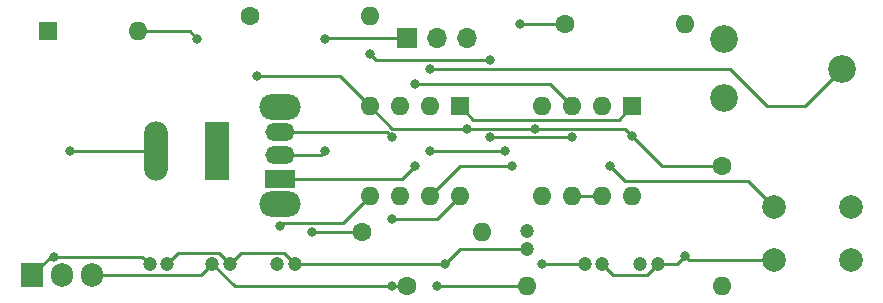
<source format=gbr>
%TF.GenerationSoftware,KiCad,Pcbnew,7.0.9*%
%TF.CreationDate,2024-01-28T22:41:43+11:00*%
%TF.ProjectId,power-module,706f7765-722d-46d6-9f64-756c652e6b69,rev?*%
%TF.SameCoordinates,Original*%
%TF.FileFunction,Copper,L1,Top*%
%TF.FilePolarity,Positive*%
%FSLAX46Y46*%
G04 Gerber Fmt 4.6, Leading zero omitted, Abs format (unit mm)*
G04 Created by KiCad (PCBNEW 7.0.9) date 2024-01-28 22:41:43*
%MOMM*%
%LPD*%
G01*
G04 APERTURE LIST*
%TA.AperFunction,ComponentPad*%
%ADD10C,1.200000*%
%TD*%
%TA.AperFunction,ComponentPad*%
%ADD11C,1.600000*%
%TD*%
%TA.AperFunction,ComponentPad*%
%ADD12O,1.600000X1.600000*%
%TD*%
%TA.AperFunction,ComponentPad*%
%ADD13C,2.340000*%
%TD*%
%TA.AperFunction,ComponentPad*%
%ADD14R,2.020000X5.020000*%
%TD*%
%TA.AperFunction,ComponentPad*%
%ADD15O,2.020000X5.020000*%
%TD*%
%TA.AperFunction,ComponentPad*%
%ADD16O,3.500000X2.200000*%
%TD*%
%TA.AperFunction,ComponentPad*%
%ADD17R,2.500000X1.500000*%
%TD*%
%TA.AperFunction,ComponentPad*%
%ADD18O,2.500000X1.500000*%
%TD*%
%TA.AperFunction,ComponentPad*%
%ADD19R,1.600000X1.600000*%
%TD*%
%TA.AperFunction,ComponentPad*%
%ADD20C,2.000000*%
%TD*%
%TA.AperFunction,ComponentPad*%
%ADD21R,1.700000X1.700000*%
%TD*%
%TA.AperFunction,ComponentPad*%
%ADD22O,1.700000X1.700000*%
%TD*%
%TA.AperFunction,ComponentPad*%
%ADD23R,1.905000X2.000000*%
%TD*%
%TA.AperFunction,ComponentPad*%
%ADD24O,1.905000X2.000000*%
%TD*%
%TA.AperFunction,ViaPad*%
%ADD25C,0.800000*%
%TD*%
%TA.AperFunction,Conductor*%
%ADD26C,0.250000*%
%TD*%
G04 APERTURE END LIST*
D10*
%TO.P,C4,1*%
%TO.N,GND*%
X156210000Y-65405000D03*
%TO.P,C4,2*%
%TO.N,Net-(U2-THR)*%
X156210000Y-63905000D03*
%TD*%
%TO.P,C5,1*%
%TO.N,Net-(U3-DIS)*%
X165735000Y-66675000D03*
%TO.P,C5,2*%
%TO.N,GND*%
X167235000Y-66675000D03*
%TD*%
D11*
%TO.P,R1,1*%
%TO.N,Clock*%
X142240000Y-64008000D03*
D12*
%TO.P,R1,2*%
%TO.N,GND*%
X152400000Y-64008000D03*
%TD*%
D13*
%TO.P,RV1,1,1*%
%TO.N,Net-(R3-Pad2)*%
X172880000Y-52665000D03*
%TO.P,RV1,2,2*%
%TO.N,Net-(U2-THR)*%
X182880000Y-50165000D03*
%TO.P,RV1,3,3*%
%TO.N,unconnected-(RV1-Pad3)*%
X172880000Y-47665000D03*
%TD*%
D14*
%TO.P,J1,1*%
%TO.N,VCC*%
X129915000Y-57150000D03*
D15*
%TO.P,J1,2*%
%TO.N,GND*%
X124735000Y-57150000D03*
%TD*%
D16*
%TO.P,SW3,*%
%TO.N,*%
X135255000Y-61595000D03*
X135255000Y-53395000D03*
D17*
%TO.P,SW3,1,A*%
%TO.N,Manual Clk*%
X135255000Y-59495000D03*
D18*
%TO.P,SW3,2,B*%
%TO.N,Net-(J3-Pin_1)*%
X135255000Y-57495000D03*
%TO.P,SW3,3,C*%
%TO.N,Clock*%
X135255000Y-55495000D03*
%TD*%
D11*
%TO.P,R3,1*%
%TO.N,Net-(U2-DIS)*%
X159385000Y-46355000D03*
D12*
%TO.P,R3,2*%
%TO.N,Net-(R3-Pad2)*%
X169545000Y-46355000D03*
%TD*%
D10*
%TO.P,C6,1*%
%TO.N,Net-(U3-CV)*%
X161060000Y-66675000D03*
%TO.P,C6,2*%
%TO.N,GND*%
X162560000Y-66675000D03*
%TD*%
D19*
%TO.P,U3,1,GND*%
%TO.N,GND*%
X165090000Y-53350000D03*
D12*
%TO.P,U3,2,TR*%
%TO.N,Net-(U3-TR)*%
X162550000Y-53350000D03*
%TO.P,U3,3,Q*%
%TO.N,Manual Clk*%
X160010000Y-53350000D03*
%TO.P,U3,4,R*%
%TO.N,+5V*%
X157470000Y-53350000D03*
%TO.P,U3,5,CV*%
%TO.N,Net-(U3-CV)*%
X157470000Y-60970000D03*
%TO.P,U3,6,THR*%
%TO.N,Net-(U3-DIS)*%
X160010000Y-60970000D03*
%TO.P,U3,7,DIS*%
X162550000Y-60970000D03*
%TO.P,U3,8,VCC*%
%TO.N,+5V*%
X165090000Y-60970000D03*
%TD*%
D10*
%TO.P,C3,1*%
%TO.N,Net-(U2-CV)*%
X135025000Y-66675000D03*
%TO.P,C3,2*%
%TO.N,GND*%
X136525000Y-66675000D03*
%TD*%
D19*
%TO.P,U2,1,GND*%
%TO.N,GND*%
X150485000Y-53350000D03*
D12*
%TO.P,U2,2,TR*%
%TO.N,Net-(U2-THR)*%
X147945000Y-53350000D03*
%TO.P,U2,3,Q*%
%TO.N,Clock*%
X145405000Y-53350000D03*
%TO.P,U2,4,R*%
%TO.N,+5V*%
X142865000Y-53350000D03*
%TO.P,U2,5,CV*%
%TO.N,Net-(U2-CV)*%
X142865000Y-60970000D03*
%TO.P,U2,6,THR*%
%TO.N,Net-(U2-THR)*%
X145405000Y-60970000D03*
%TO.P,U2,7,DIS*%
%TO.N,Net-(U2-DIS)*%
X147945000Y-60970000D03*
%TO.P,U2,8,VCC*%
%TO.N,+5V*%
X150485000Y-60970000D03*
%TD*%
D11*
%TO.P,R5,1*%
%TO.N,+5V*%
X132715000Y-45720000D03*
D12*
%TO.P,R5,2*%
%TO.N,Net-(U3-DIS)*%
X142875000Y-45720000D03*
%TD*%
D10*
%TO.P,C1,1*%
%TO.N,Net-(SW2-A)*%
X124230000Y-66675000D03*
%TO.P,C1,2*%
%TO.N,GND*%
X125730000Y-66675000D03*
%TD*%
D20*
%TO.P,SW1,1,1*%
%TO.N,GND*%
X183590000Y-66385000D03*
X177090000Y-66385000D03*
%TO.P,SW1,2,2*%
%TO.N,Net-(U3-TR)*%
X183590000Y-61885000D03*
X177090000Y-61885000D03*
%TD*%
D21*
%TO.P,J3,1,Pin_1*%
%TO.N,Net-(J3-Pin_1)*%
X146065000Y-47555000D03*
D22*
%TO.P,J3,2,Pin_2*%
%TO.N,+5V*%
X148605000Y-47555000D03*
%TO.P,J3,3,Pin_3*%
%TO.N,GND*%
X151145000Y-47555000D03*
%TD*%
D11*
%TO.P,R2,1*%
%TO.N,+5V*%
X146050000Y-68580000D03*
D12*
%TO.P,R2,2*%
%TO.N,Net-(U2-DIS)*%
X156210000Y-68580000D03*
%TD*%
D11*
%TO.P,R4,1*%
%TO.N,+5V*%
X172720000Y-58420000D03*
D12*
%TO.P,R4,2*%
%TO.N,Net-(U3-TR)*%
X172720000Y-68580000D03*
%TD*%
D10*
%TO.P,C2,1*%
%TO.N,+5V*%
X129540000Y-66675000D03*
%TO.P,C2,2*%
%TO.N,GND*%
X131040000Y-66675000D03*
%TD*%
D23*
%TO.P,U1,1,IN*%
%TO.N,Net-(SW2-A)*%
X114300000Y-67620000D03*
D24*
%TO.P,U1,2,GND*%
%TO.N,GND*%
X116840000Y-67620000D03*
%TO.P,U1,3,OUT*%
%TO.N,+5V*%
X119380000Y-67620000D03*
%TD*%
D19*
%TO.P,SW2,1,A*%
%TO.N,Net-(SW2-A)*%
X115612500Y-46990000D03*
D12*
%TO.P,SW2,2,B*%
%TO.N,VCC*%
X123232500Y-46990000D03*
%TD*%
D25*
%TO.N,VCC*%
X128270000Y-47625000D03*
%TO.N,GND*%
X149225000Y-66675000D03*
X169545000Y-66040000D03*
X117475000Y-57150000D03*
%TO.N,+5V*%
X156845000Y-55245000D03*
X144780000Y-68580000D03*
X144780000Y-62865000D03*
X151130000Y-55245000D03*
X165100000Y-55880000D03*
X133350000Y-50800000D03*
%TO.N,Net-(U2-CV)*%
X135255000Y-63500000D03*
%TO.N,Net-(U2-THR)*%
X147955000Y-50165000D03*
X147945000Y-57150000D03*
X154305000Y-57150000D03*
%TO.N,Net-(U3-DIS)*%
X153035000Y-55969500D03*
X142875000Y-48895000D03*
X160020000Y-55969500D03*
X153035000Y-49440500D03*
%TO.N,Net-(U3-CV)*%
X157480000Y-66675000D03*
%TO.N,Clock*%
X137959999Y-63970001D03*
X144780000Y-55969500D03*
%TO.N,Net-(U2-DIS)*%
X155575000Y-46355000D03*
X154940000Y-58420000D03*
X148590000Y-68580000D03*
%TO.N,Net-(U3-TR)*%
X163195000Y-58420000D03*
%TO.N,Manual Clk*%
X146685000Y-58420000D03*
X146685000Y-51435000D03*
%TO.N,Net-(SW2-A)*%
X116115500Y-66075000D03*
%TO.N,Net-(J3-Pin_1)*%
X139065000Y-47625000D03*
X139065000Y-57150000D03*
%TD*%
D26*
%TO.N,VCC*%
X127635000Y-46990000D02*
X123232500Y-46990000D01*
X128270000Y-47625000D02*
X127635000Y-46990000D01*
%TO.N,GND*%
X163965000Y-54475000D02*
X151610000Y-54475000D01*
X151610000Y-54475000D02*
X150485000Y-53350000D01*
X162560000Y-66675000D02*
X163485000Y-67600000D01*
X135600000Y-65750000D02*
X131965000Y-65750000D01*
X166310000Y-67600000D02*
X167235000Y-66675000D01*
X177090000Y-66385000D02*
X169890000Y-66385000D01*
X125730000Y-66675000D02*
X126655000Y-65750000D01*
X169890000Y-66385000D02*
X169545000Y-66040000D01*
X168910000Y-66675000D02*
X169545000Y-66040000D01*
X149225000Y-66675000D02*
X150495000Y-65405000D01*
X167235000Y-66675000D02*
X168910000Y-66675000D01*
X117475000Y-57150000D02*
X124735000Y-57150000D01*
X150495000Y-65405000D02*
X156210000Y-65405000D01*
X136525000Y-66675000D02*
X135600000Y-65750000D01*
X126655000Y-65750000D02*
X130115000Y-65750000D01*
X130115000Y-65750000D02*
X131040000Y-66675000D01*
X165090000Y-53350000D02*
X163965000Y-54475000D01*
X163485000Y-67600000D02*
X166310000Y-67600000D01*
X149225000Y-66675000D02*
X147320000Y-66675000D01*
X131965000Y-65750000D02*
X131040000Y-66675000D01*
X136525000Y-66675000D02*
X147320000Y-66675000D01*
%TO.N,+5V*%
X144760000Y-55245000D02*
X142865000Y-53350000D01*
X172720000Y-58420000D02*
X167640000Y-58420000D01*
X137160000Y-68580000D02*
X144780000Y-68580000D01*
X146050000Y-68580000D02*
X144780000Y-68580000D01*
X167640000Y-58420000D02*
X165100000Y-55880000D01*
X151130000Y-55245000D02*
X154940000Y-55245000D01*
X140315000Y-50800000D02*
X142865000Y-53350000D01*
X151130000Y-55245000D02*
X144760000Y-55245000D01*
X164465000Y-55245000D02*
X165100000Y-55880000D01*
X154940000Y-55245000D02*
X156845000Y-55245000D01*
X137160000Y-68580000D02*
X131445000Y-68580000D01*
X144780000Y-62865000D02*
X148590000Y-62865000D01*
X133350000Y-50800000D02*
X140315000Y-50800000D01*
X128595000Y-67620000D02*
X129540000Y-66675000D01*
X119380000Y-67620000D02*
X128595000Y-67620000D01*
X131445000Y-68580000D02*
X129540000Y-66675000D01*
X148590000Y-62865000D02*
X150485000Y-60970000D01*
X156845000Y-55245000D02*
X164465000Y-55245000D01*
%TO.N,Net-(U2-CV)*%
X135255000Y-63500000D02*
X135509999Y-63245001D01*
X140589999Y-63245001D02*
X142865000Y-60970000D01*
X135509999Y-63245001D02*
X140589999Y-63245001D01*
%TO.N,Net-(U2-THR)*%
X176530000Y-53340000D02*
X173355000Y-50165000D01*
X182880000Y-50165000D02*
X179705000Y-53340000D01*
X147945000Y-57150000D02*
X154305000Y-57150000D01*
X179705000Y-53340000D02*
X176530000Y-53340000D01*
X167640000Y-50165000D02*
X147955000Y-50165000D01*
X173355000Y-50165000D02*
X167640000Y-50165000D01*
%TO.N,Net-(U3-DIS)*%
X162550000Y-60970000D02*
X160010000Y-60970000D01*
X143420500Y-49440500D02*
X142875000Y-48895000D01*
X153035000Y-49440500D02*
X143420500Y-49440500D01*
X160020000Y-55969500D02*
X153035000Y-55969500D01*
%TO.N,Net-(U3-CV)*%
X161060000Y-66675000D02*
X157480000Y-66675000D01*
%TO.N,Clock*%
X137997998Y-64008000D02*
X137959999Y-63970001D01*
X135255000Y-55495000D02*
X139065000Y-55495000D01*
X144305500Y-55495000D02*
X144780000Y-55969500D01*
X139065000Y-55495000D02*
X144305500Y-55495000D01*
X142240000Y-64008000D02*
X137997998Y-64008000D01*
%TO.N,Net-(U2-DIS)*%
X150495000Y-58420000D02*
X147945000Y-60970000D01*
X148590000Y-68580000D02*
X156210000Y-68580000D01*
X159385000Y-46355000D02*
X155575000Y-46355000D01*
X154940000Y-58420000D02*
X150495000Y-58420000D01*
%TO.N,Net-(U3-TR)*%
X164465000Y-59690000D02*
X174895000Y-59690000D01*
X174895000Y-59690000D02*
X177090000Y-61885000D01*
X163195000Y-58420000D02*
X164465000Y-59690000D01*
%TO.N,Manual Clk*%
X146685000Y-51435000D02*
X158095000Y-51435000D01*
X158095000Y-51435000D02*
X160010000Y-53350000D01*
X135255000Y-59495000D02*
X145610000Y-59495000D01*
X145610000Y-59495000D02*
X146685000Y-58420000D01*
%TO.N,Net-(SW2-A)*%
X123630000Y-66075000D02*
X124230000Y-66675000D01*
X114300000Y-67620000D02*
X115845000Y-66075000D01*
X115845000Y-66075000D02*
X123630000Y-66075000D01*
%TO.N,Net-(J3-Pin_1)*%
X139135000Y-47555000D02*
X139065000Y-47625000D01*
X138720000Y-57495000D02*
X135255000Y-57495000D01*
X146065000Y-47555000D02*
X139135000Y-47555000D01*
X139065000Y-57150000D02*
X138720000Y-57495000D01*
%TD*%
M02*

</source>
